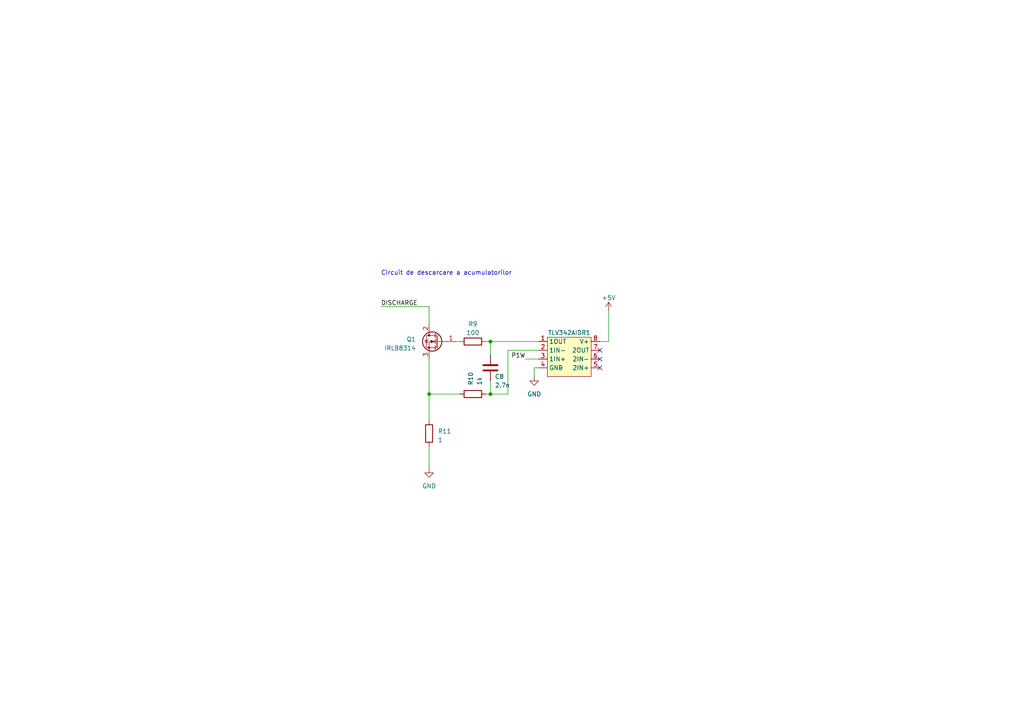
<source format=kicad_sch>
(kicad_sch (version 20230121) (generator eeschema)
  (paper "A4")
  (lib_symbols
    (symbol "Device:C" (pin_numbers hide) (pin_names (offset 0.254))
      (property "Reference" "C" (at 0.635 2.54 0))
      (property "Value" "C" (at 0.635 -2.54 0))
      (symbol "C_0_1"
        (polyline (pts (xy -2.032 -0.762) (xy 2.032 -0.762)) (stroke (width 0.508)))
        (polyline (pts (xy -2.032 0.762) (xy 2.032 0.762)) (stroke (width 0.508)))
      )
      (symbol "C_1_1"
        (pin passive line (at 0 3.81 270) (length 2.794) (name "~") (number "1"))
        (pin passive line (at 0 -3.81 90) (length 2.794) (name "~") (number "2"))
      )
    )
    (symbol "Device:R" (pin_numbers hide) (pin_names (offset 0))
      (property "Reference" "R" (at 2.032 0 90))
      (property "Value" "R" (at 0 0 90))
      (symbol "R_0_1"
        (rectangle (start -1.016 -2.54) (end 1.016 2.54) (stroke (width 0.254)))
      )
      (symbol "R_1_1"
        (pin passive line (at 0 3.81 270) (length 1.27) (name "~") (number "1"))
        (pin passive line (at 0 -3.81 90) (length 1.27) (name "~") (number "2"))
      )
    )
    (symbol "My_library:TLV342"
      (property "Reference" "TLV1" (at 6.35 7.62 0))
      (property "Value" "~" (at 3.81 -2.54 0))
      (symbol "TLV342_1_1"
        (rectangle (start 0 6.35) (end 12.7 -5.08) (fill (type background)))
        (pin output line (at -2.54 5.08 0) (length 2.54) (name "1OUT") (number "1"))
        (pin input line (at -2.54 2.54 0) (length 2.54) (name "1IN-") (number "2"))
        (pin input line (at -2.54 0 0) (length 2.54) (name "1IN+") (number "3"))
        (pin power_in line (at -2.54 -2.54 0) (length 2.54) (name "GND") (number "4"))
        (pin input line (at 15.24 -2.54 180) (length 2.54) (name "2IN+") (number "5"))
        (pin input line (at 15.24 0 180) (length 2.54) (name "2IN-") (number "6"))
        (pin output line (at 15.24 2.54 180) (length 2.54) (name "2OUT") (number "7"))
        (pin power_in line (at 15.24 5.08 180) (length 2.54) (name "V+") (number "8"))
      )
    )
    (symbol "Transistor_FET:IRLB8721PBF" (pin_names hide)
      (property "Reference" "Q" (at 6.35 1.905 0))
      (property "Value" "IRLB8721PBF" (at 6.35 0 0))
      (symbol "IRLB8721PBF_0_1"
        (polyline (pts (xy 0.254 0) (xy -2.54 0)))
        (polyline (pts (xy 0.254 1.905) (xy 0.254 -1.905)) (stroke (width 0.254)))
        (polyline (pts (xy 0.762 -1.27) (xy 0.762 -2.286)) (stroke (width 0.254)))
        (polyline (pts (xy 0.762 0.508) (xy 0.762 -0.508)) (stroke (width 0.254)))
        (polyline (pts (xy 0.762 2.286) (xy 0.762 1.27)) (stroke (width 0.254)))
        (polyline (pts (xy 2.54 2.54) (xy 2.54 1.778)))
        (polyline (pts (xy 2.54 -2.54) (xy 2.54 0) (xy 0.762 0)))
        (polyline (pts (xy 0.762 -1.778) (xy 3.302 -1.778) (xy 3.302 1.778) (xy 0.762 1.778)))
        (polyline (pts (xy 1.016 0) (xy 2.032 0.381) (xy 2.032 -0.381) (xy 1.016 0)) (fill (type outline)))
        (polyline (pts (xy 2.794 0.508) (xy 2.921 0.381) (xy 3.683 0.381) (xy 3.81 0.254)))
        (polyline (pts (xy 3.302 0.381) (xy 2.921 -0.254) (xy 3.683 -0.254) (xy 3.302 0.381)))
        (circle (center 1.651 0) (radius 2.794) (stroke (width 0.254)))
        (circle (center 2.54 -1.778) (radius 0.254) (fill (type outline)))
        (circle (center 2.54 1.778) (radius 0.254) (fill (type outline)))
      )
      (symbol "IRLB8721PBF_1_1"
        (pin input line (at -5.08 0 0) (length 2.54) (name "G") (number "1"))
        (pin passive line (at 2.54 5.08 270) (length 2.54) (name "D") (number "2"))
        (pin passive line (at 2.54 -5.08 90) (length 2.54) (name "S") (number "3"))
      )
    )
    (symbol "power:+5V" (power) (pin_names (offset 0))
      (property "Value" "+5V" (at 0 3.556 0))
      (symbol "+5V_0_1"
        (polyline (pts (xy -0.762 1.27) (xy 0 2.54)))
        (polyline (pts (xy 0 0) (xy 0 2.54)))
        (polyline (pts (xy 0 2.54) (xy 0.762 1.27)))
      )
      (symbol "+5V_1_1"
        (pin power_in line (at 0 0 90) (length 0) hide (name "+5V") (number "1"))
      )
    )
    (symbol "power:GND" (power) (pin_names (offset 0))
      (property "Value" "GND" (at 0 -3.81 0))
      (symbol "GND_0_1"
        (polyline (pts (xy 0 0) (xy 0 -1.27) (xy 1.27 -1.27) (xy 0 -2.54) (xy -1.27 -1.27) (xy 0 -1.27)))
      )
      (symbol "GND_1_1"
        (pin power_in line (at 0 0 270) (length 0) hide (name "GND") (number "1"))
      )
    )
  )
  (junction (at 142.24 114.3))
  (junction (at 124.46 114.3))
  (junction (at 142.24 99.06))
  (no_connect (at 173.99 106.68))
  (no_connect (at 173.99 104.14))
  (no_connect (at 173.99 101.6))
  (wire (pts (xy 147.32 114.3) (xy 147.32 101.6)))
  (wire (pts (xy 142.24 99.06) (xy 156.21 99.06)))
  (wire (pts (xy 154.94 106.68) (xy 156.21 106.68)))
  (wire (pts (xy 142.24 99.06) (xy 142.24 102.87)))
  (wire (pts (xy 142.24 114.3) (xy 147.32 114.3)))
  (wire (pts (xy 173.99 99.06) (xy 176.53 99.06)))
  (wire (pts (xy 133.35 114.3) (xy 124.46 114.3)))
  (wire (pts (xy 140.97 99.06) (xy 142.24 99.06)))
  (wire (pts (xy 152.4 104.14) (xy 156.21 104.14)))
  (wire (pts (xy 124.46 88.9) (xy 124.46 93.98)))
  (wire (pts (xy 147.32 101.6) (xy 156.21 101.6)))
  (wire (pts (xy 140.97 114.3) (xy 142.24 114.3)))
  (wire (pts (xy 124.46 104.14) (xy 124.46 114.3)))
  (wire (pts (xy 176.53 90.17) (xy 176.53 99.06)))
  (wire (pts (xy 132.08 99.06) (xy 133.35 99.06)))
  (wire (pts (xy 110.49 88.9) (xy 124.46 88.9)))
  (wire (pts (xy 154.94 109.22) (xy 154.94 106.68)))
  (wire (pts (xy 124.46 129.54) (xy 124.46 135.89)))
  (wire (pts (xy 124.46 114.3) (xy 124.46 121.92)))
  (wire (pts (xy 142.24 110.49) (xy 142.24 114.3)))
  (text "Circuit de descarcare a acumulatorilor" (at 110.49 80.01 0) (effects (font (size 1.27 1.27)) (justify left bottom)))
  (label "P1W" (at 152.4 104.14 180))
  (label "DISCHARGE" (at 110.49 88.9 0))
  (symbol (lib_id "Device:R") (at 137.16 99.06 90) (unit 1)
    (property "Reference" "R9" (at 137.16 93.98 90))
    (property "Value" "100" (at 137.16 96.52 90))
    (property "Footprint" "Resistor_SMD:R_1206_3216Metric" (effects hide))
    (instances (project "First_sketch_licenta" (path "" (reference "R9") (unit 1)) (path "" (reference "R19") (unit 1))))
  )
  (symbol (lib_id "Device:R") (at 137.16 114.3 90) (unit 1)
    (property "Reference" "R10" (at 136.525 111.76 0) (effects (justify left)))
    (property "Value" "1k" (at 139.065 111.76 0) (effects (justify left)))
    (property "Footprint" "Resistor_SMD:R_1206_3216Metric" (effects hide))
    (instances (project "First_sketch_licenta" (path "" (reference "R10") (unit 1)) (path "" (reference "R20") (unit 1))))
  )
  (symbol (lib_id "Transistor_FET:IRLB8721PBF") (at 127 99.06 0) (mirror y) (unit 1)
    (property "Reference" "Q1" (at 120.65 98.425 0) (effects (justify left)))
    (property "Value" "IRLB8314" (at 120.65 100.965 0) (effects (justify left)))
    (property "Footprint" "Package_TO_SOT_THT:TO-220-3_Vertical" (effects hide))
    (property "Datasheet" "http://www.infineon.com/dgdl/irlb8721pbf.pdf?fileId=5546d462533600a40153566056732591" (effects hide))
    (instances (project "First_sketch_licenta" (path "" (reference "Q1") (unit 1)) (path "" (reference "Q4") (unit 1))))
  )
  (symbol (lib_id "power:GND") (at 124.46 135.89 0) (unit 1)
    (property "Reference" "#PWR037" (effects hide))
    (property "Value" "GND" (at 124.46 140.97 0))
    (instances (project "First_sketch_licenta" (path "" (reference "#PWR037") (unit 1)) (path "" (reference "#PWR049") (unit 1))))
  )
  (symbol (lib_id "Device:R") (at 124.46 125.73 180) (unit 1)
    (property "Reference" "R11" (at 127 125.095 0) (effects (justify right)))
    (property "Value" "1" (at 127 127.635 0) (effects (justify right)))
    (property "Footprint" "Resistor_SMD:R_2512_6332Metric" (effects hide))
    (instances (project "First_sketch_licenta" (path "" (reference "R11") (unit 1)) (path "" (reference "R18") (unit 1))))
  )
  (symbol (lib_id "power:+5V") (at 176.53 90.17 0) (unit 1)
    (property "Reference" "#PWR035" (effects hide))
    (property "Value" "+5V" (at 176.53 86.36 0))
    (instances (project "First_sketch_licenta" (path "" (reference "#PWR035") (unit 1)) (path "" (reference "#PWR051") (unit 1))))
  )
  (symbol (lib_id "power:GND") (at 154.94 109.22 0) (unit 1)
    (property "Reference" "#PWR036" (effects hide))
    (property "Value" "GND" (at 154.94 114.3 0))
    (instances (project "First_sketch_licenta" (path "" (reference "#PWR036") (unit 1)) (path "" (reference "#PWR050") (unit 1))))
  )
  (symbol (lib_id "My_library:TLV342") (at 158.75 104.14 0) (unit 1)
    (property "Reference" "TLV342AIDR1" (at 165.1 96.52 0))
    (property "Value" "~" (at 162.56 106.68 0))
    (property "Footprint" "Package_SO:SOIC-8-1EP_3.9x4.9mm_P1.27mm_EP2.29x3mm" (effects hide))
    (instances (project "First_sketch_licenta" (path "" (reference "TLV342AIDR1") (unit 1)) (path "" (reference "TLV342AIDR2") (unit 1))))
  )
  (symbol (lib_id "Device:C") (at 142.24 106.68 0) (unit 1)
    (property "Reference" "C8" (at 143.51 109.22 0) (effects (justify left)))
    (property "Value" "2.7n" (at 143.51 111.76 0) (effects (justify left)))
    (property "Footprint" "Capacitor_SMD:C_1206_3216Metric" (effects hide))
    (instances (project "First_sketch_licenta" (path "" (reference "C8") (unit 1)) (path "" (reference "C13") (unit 1))))
  )
)
</source>
